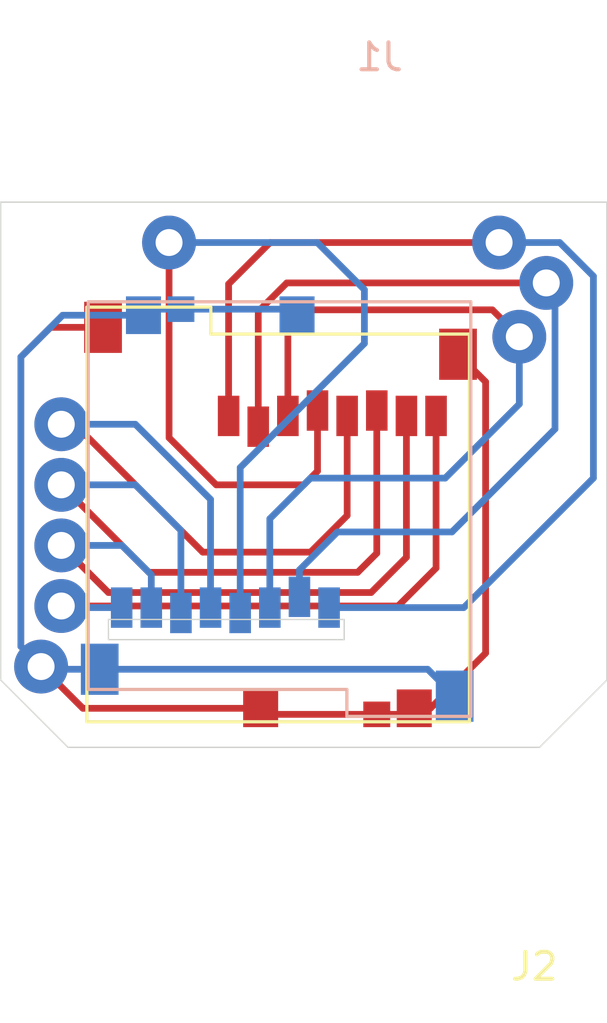
<source format=kicad_pcb>
(kicad_pcb (version 20171130) (host pcbnew "(5.1.6)-1")

  (general
    (thickness 1.6)
    (drawings 12)
    (tracks 99)
    (zones 0)
    (modules 2)
    (nets 10)
  )

  (page A4)
  (layers
    (0 F.Cu signal)
    (31 B.Cu signal)
    (32 B.Adhes user)
    (33 F.Adhes user)
    (34 B.Paste user)
    (35 F.Paste user)
    (36 B.SilkS user)
    (37 F.SilkS user)
    (38 B.Mask user)
    (39 F.Mask user)
    (40 Dwgs.User user)
    (41 Cmts.User user)
    (42 Eco1.User user)
    (43 Eco2.User user)
    (44 Edge.Cuts user)
    (45 Margin user)
    (46 B.CrtYd user)
    (47 F.CrtYd user)
    (48 B.Fab user)
    (49 F.Fab user)
  )

  (setup
    (last_trace_width 0.25)
    (trace_clearance 0.2)
    (zone_clearance 0.508)
    (zone_45_only no)
    (trace_min 0.2)
    (via_size 0.8)
    (via_drill 0.4)
    (via_min_size 0.4)
    (via_min_drill 0.3)
    (user_via 2 1)
    (uvia_size 0.3)
    (uvia_drill 0.1)
    (uvias_allowed no)
    (uvia_min_size 0.2)
    (uvia_min_drill 0.1)
    (edge_width 0.05)
    (segment_width 0.2)
    (pcb_text_width 0.3)
    (pcb_text_size 1.5 1.5)
    (mod_edge_width 0.12)
    (mod_text_size 1 1)
    (mod_text_width 0.15)
    (pad_size 1.524 1.524)
    (pad_drill 0.762)
    (pad_to_mask_clearance 0.05)
    (aux_axis_origin 0 0)
    (visible_elements 7FFFFFFF)
    (pcbplotparams
      (layerselection 0x01000_ffffffff)
      (usegerberextensions false)
      (usegerberattributes true)
      (usegerberadvancedattributes true)
      (creategerberjobfile true)
      (excludeedgelayer true)
      (linewidth 0.100000)
      (plotframeref false)
      (viasonmask false)
      (mode 1)
      (useauxorigin false)
      (hpglpennumber 1)
      (hpglpenspeed 20)
      (hpglpendiameter 15.000000)
      (psnegative false)
      (psa4output false)
      (plotreference true)
      (plotvalue true)
      (plotinvisibletext false)
      (padsonsilk false)
      (subtractmaskfromsilk false)
      (outputformat 1)
      (mirror false)
      (drillshape 0)
      (scaleselection 1)
      (outputdirectory "SD_Gerber/"))
  )

  (net 0 "")
  (net 1 "Net-(J1-Pad1)")
  (net 2 "Net-(J1-Pad2)")
  (net 3 "Net-(J1-Pad3)")
  (net 4 "Net-(J1-Pad4)")
  (net 5 "Net-(J1-Pad6)")
  (net 6 "Net-(J1-Pad5)")
  (net 7 "Net-(J1-Pad7)")
  (net 8 "Net-(J1-Pad9)")
  (net 9 "Net-(J1-Pad8)")

  (net_class Default "This is the default net class."
    (clearance 0.2)
    (trace_width 0.25)
    (via_dia 0.8)
    (via_drill 0.4)
    (uvia_dia 0.3)
    (uvia_drill 0.1)
    (add_net "Net-(J1-Pad1)")
    (add_net "Net-(J1-Pad2)")
    (add_net "Net-(J1-Pad3)")
    (add_net "Net-(J1-Pad4)")
    (add_net "Net-(J1-Pad5)")
    (add_net "Net-(J1-Pad6)")
    (add_net "Net-(J1-Pad7)")
    (add_net "Net-(J1-Pad8)")
    (add_net "Net-(J1-Pad9)")
  )

  (module SD_kort:mem2051 (layer B.Cu) (tedit 5F98238F) (tstamp 5F989DBB)
    (at 127.75 42.25 180)
    (path /5F8ECF76)
    (fp_text reference J1 (at -3.81 8.89) (layer B.SilkS)
      (effects (font (size 1 1) (thickness 0.15)) (justify mirror))
    )
    (fp_text value Micro_SD_Card (at 3.81 10.16) (layer B.Fab)
      (effects (font (size 1 1) (thickness 0.15)) (justify mirror))
    )
    (fp_line (start 7 -0.2) (end 7 -0.4) (layer B.SilkS) (width 0.12))
    (fp_line (start 7 -0.4) (end 7 -14.6) (layer B.SilkS) (width 0.12))
    (fp_line (start 7 -14.6) (end -2.6 -14.6) (layer B.SilkS) (width 0.12))
    (fp_line (start -2.6 -14.6) (end -2.6 -15.4) (layer B.SilkS) (width 0.12))
    (fp_line (start -2.6 -15.4) (end -2.6 -15.6) (layer B.SilkS) (width 0.12))
    (fp_line (start -2.6 -15.6) (end -7.2 -15.6) (layer B.SilkS) (width 0.12))
    (fp_line (start -7.2 -15.6) (end -7.2 -13) (layer B.SilkS) (width 0.12))
    (fp_line (start -7.2 -13) (end -7.2 -0.4) (layer B.SilkS) (width 0.12))
    (fp_line (start -7.2 -0.4) (end -7.2 -0.2) (layer B.SilkS) (width 0.12))
    (fp_line (start -7.2 -0.2) (end 7 -0.2) (layer B.SilkS) (width 0.12))
    (pad 1 smd rect (at -1.94 -11.56 180) (size 0.8 1.5) (layers B.Cu B.Paste B.Mask)
      (net 1 "Net-(J1-Pad1)"))
    (pad 2 smd rect (at -0.84 -11.16 180) (size 0.8 1.5) (layers B.Cu B.Paste B.Mask)
      (net 2 "Net-(J1-Pad2)"))
    (pad 3 smd rect (at 0.26 -11.56 180) (size 0.8 1.5) (layers B.Cu B.Paste B.Mask)
      (net 3 "Net-(J1-Pad3)"))
    (pad 4 smd rect (at 1.36 -11.76 180) (size 0.8 1.5) (layers B.Cu B.Paste B.Mask)
      (net 4 "Net-(J1-Pad4)"))
    (pad 6 smd rect (at 3.56 -11.76 180) (size 0.8 1.5) (layers B.Cu B.Paste B.Mask)
      (net 5 "Net-(J1-Pad6)"))
    (pad 5 smd rect (at 2.46 -11.56 180) (size 0.8 1.5) (layers B.Cu B.Paste B.Mask)
      (net 6 "Net-(J1-Pad5)"))
    (pad 7 smd rect (at 4.66 -11.56 180) (size 0.8 1.5) (layers B.Cu B.Paste B.Mask)
      (net 7 "Net-(J1-Pad7)"))
    (pad 9 smd rect (at 6.575 -13.85 180) (size 1.4 1.9) (layers B.Cu B.Paste B.Mask)
      (net 8 "Net-(J1-Pad9)"))
    (pad 9 smd rect (at 4.95 -0.7 180) (size 1.3 1.4) (layers B.Cu B.Paste B.Mask)
      (net 8 "Net-(J1-Pad9)"))
    (pad 9 smd rect (at -0.75 -0.7 180) (size 1.3 1.4) (layers B.Cu B.Paste B.Mask)
      (net 8 "Net-(J1-Pad9)"))
    (pad 9 smd rect (at 3.56 -0.475 180) (size 1 0.95) (layers B.Cu B.Paste B.Mask)
      (net 8 "Net-(J1-Pad9)"))
    (pad 9 smd rect (at -6.6 -14.85 180) (size 1.4 1.9) (layers B.Cu B.Paste B.Mask)
      (net 8 "Net-(J1-Pad9)"))
    (pad 8 smd rect (at 5.76 -11.56 180) (size 0.8 1.5) (layers B.Cu B.Paste B.Mask)
      (net 9 "Net-(J1-Pad8)"))
  )

  (module SD_kort:mem2051 (layer F.Cu) (tedit 5F724798) (tstamp 5F989DD6)
    (at 133.5 58.25 180)
    (path /5F8EC45D)
    (fp_text reference J2 (at -3.81 -8.89) (layer F.SilkS)
      (effects (font (size 1 1) (thickness 0.15)))
    )
    (fp_text value Micro_SD_Card (at 3.81 -10.16) (layer F.Fab)
      (effects (font (size 1 1) (thickness 0.15)))
    )
    (fp_line (start -1.4 0.2) (end -1.4 0.4) (layer F.SilkS) (width 0.12))
    (fp_line (start -1.4 0.4) (end -1.4 14.6) (layer F.SilkS) (width 0.12))
    (fp_line (start -1.4 14.6) (end 8.2 14.6) (layer F.SilkS) (width 0.12))
    (fp_line (start 8.2 14.6) (end 8.2 15.4) (layer F.SilkS) (width 0.12))
    (fp_line (start 8.2 15.4) (end 8.2 15.6) (layer F.SilkS) (width 0.12))
    (fp_line (start 8.2 15.6) (end 12.8 15.6) (layer F.SilkS) (width 0.12))
    (fp_line (start 12.8 15.6) (end 12.8 13) (layer F.SilkS) (width 0.12))
    (fp_line (start 12.8 13) (end 12.8 0.4) (layer F.SilkS) (width 0.12))
    (fp_line (start 12.8 0.4) (end 12.8 0.2) (layer F.SilkS) (width 0.12))
    (fp_line (start 12.8 0.2) (end -1.4 0.2) (layer F.SilkS) (width 0.12))
    (pad 1 smd rect (at 7.54 11.56 180) (size 0.8 1.5) (layers F.Cu F.Paste F.Mask)
      (net 1 "Net-(J1-Pad1)"))
    (pad 2 smd rect (at 6.44 11.16 180) (size 0.8 1.5) (layers F.Cu F.Paste F.Mask)
      (net 2 "Net-(J1-Pad2)"))
    (pad 3 smd rect (at 5.34 11.56 180) (size 0.8 1.5) (layers F.Cu F.Paste F.Mask)
      (net 3 "Net-(J1-Pad3)"))
    (pad 4 smd rect (at 4.24 11.76 180) (size 0.8 1.5) (layers F.Cu F.Paste F.Mask)
      (net 4 "Net-(J1-Pad4)"))
    (pad 6 smd rect (at 2.04 11.76 180) (size 0.8 1.5) (layers F.Cu F.Paste F.Mask)
      (net 5 "Net-(J1-Pad6)"))
    (pad 5 smd rect (at 3.14 11.56 180) (size 0.8 1.5) (layers F.Cu F.Paste F.Mask)
      (net 6 "Net-(J1-Pad5)"))
    (pad 7 smd rect (at 0.94 11.56 180) (size 0.8 1.5) (layers F.Cu F.Paste F.Mask)
      (net 7 "Net-(J1-Pad7)"))
    (pad 9 smd rect (at -0.975 13.85 180) (size 1.4 1.9) (layers F.Cu F.Paste F.Mask)
      (net 8 "Net-(J1-Pad9)"))
    (pad 9 smd rect (at 0.65 0.7 180) (size 1.3 1.4) (layers F.Cu F.Paste F.Mask)
      (net 8 "Net-(J1-Pad9)"))
    (pad 9 smd rect (at 6.35 0.7 180) (size 1.3 1.4) (layers F.Cu F.Paste F.Mask)
      (net 8 "Net-(J1-Pad9)"))
    (pad 9 smd rect (at 2.04 0.475 180) (size 1 0.95) (layers F.Cu F.Paste F.Mask)
      (net 8 "Net-(J1-Pad9)"))
    (pad 9 smd rect (at 12.2 14.85 180) (size 1.4 1.9) (layers F.Cu F.Paste F.Mask)
      (net 8 "Net-(J1-Pad9)"))
    (pad 8 smd rect (at -0.16 11.56 180) (size 0.8 1.5) (layers F.Cu F.Paste F.Mask)
      (net 9 "Net-(J1-Pad8)"))
  )

  (gr_line (start 130.25 55) (end 130.25 54.25) (layer Edge.Cuts) (width 0.05) (tstamp 5FA1169E))
  (gr_line (start 130 55) (end 130.25 55) (layer Edge.Cuts) (width 0.05))
  (gr_line (start 121.5 55) (end 130 55) (layer Edge.Cuts) (width 0.05))
  (gr_line (start 121.5 54.25) (end 121.5 55) (layer Edge.Cuts) (width 0.05))
  (gr_line (start 130.25 54.25) (end 121.5 54.25) (layer Edge.Cuts) (width 0.05))
  (gr_line (start 137.5 59) (end 140 56.5) (layer Edge.Cuts) (width 0.05))
  (gr_line (start 117.5 56.5) (end 120 59) (layer Edge.Cuts) (width 0.05))
  (gr_line (start 117.5 38.75) (end 117.5 39.75) (layer Edge.Cuts) (width 0.05) (tstamp 5F98A725))
  (gr_line (start 140 38.75) (end 117.5 38.75) (layer Edge.Cuts) (width 0.05))
  (gr_line (start 140 56.5) (end 140 38.75) (layer Edge.Cuts) (width 0.05))
  (gr_line (start 120 59) (end 137.5 59) (layer Edge.Cuts) (width 0.05))
  (gr_line (start 117.5 39.75) (end 117.5 56.5) (layer Edge.Cuts) (width 0.05))

  (segment (start 125.96 46.69) (end 125.96 41.79) (width 0.25) (layer F.Cu) (net 1))
  (via (at 136 40.25) (size 2) (drill 1) (layers F.Cu B.Cu) (net 1))
  (segment (start 125.96 41.79) (end 127.5 40.25) (width 0.25) (layer F.Cu) (net 1))
  (segment (start 127.5 40.25) (end 136 40.25) (width 0.25) (layer F.Cu) (net 1))
  (segment (start 139.5 49) (end 134.69 53.81) (width 0.25) (layer B.Cu) (net 1))
  (segment (start 139.5 41.5) (end 139.5 49) (width 0.25) (layer B.Cu) (net 1))
  (segment (start 136 40.25) (end 138.25 40.25) (width 0.25) (layer B.Cu) (net 1))
  (segment (start 134.69 53.81) (end 129.69 53.81) (width 0.25) (layer B.Cu) (net 1))
  (segment (start 138.25 40.25) (end 139.5 41.5) (width 0.25) (layer B.Cu) (net 1))
  (via (at 137.75 41.75) (size 2) (drill 1) (layers F.Cu B.Cu) (net 2))
  (segment (start 128.12 41.75) (end 127.06 42.81) (width 0.25) (layer F.Cu) (net 2))
  (segment (start 137.75 41.75) (end 128.12 41.75) (width 0.25) (layer F.Cu) (net 2))
  (segment (start 127.06 42.81) (end 127.06 47.09) (width 0.25) (layer F.Cu) (net 2))
  (segment (start 138.075001 42.075001) (end 137.75 41.75) (width 0.25) (layer B.Cu) (net 2))
  (segment (start 130 51) (end 134.25 51) (width 0.25) (layer B.Cu) (net 2))
  (segment (start 128.59 53.41) (end 128.59 52.41) (width 0.25) (layer B.Cu) (net 2))
  (segment (start 128.59 52.41) (end 130 51) (width 0.25) (layer B.Cu) (net 2))
  (segment (start 134.25 51) (end 138.075001 47.174999) (width 0.25) (layer B.Cu) (net 2))
  (segment (start 138.075001 47.174999) (end 138.075001 42.075001) (width 0.25) (layer B.Cu) (net 2))
  (segment (start 128.16 46.69) (end 128.16 43.34) (width 0.25) (layer F.Cu) (net 3))
  (segment (start 128.16 43.34) (end 128.75 42.75) (width 0.25) (layer F.Cu) (net 3))
  (via (at 136.75 43.75) (size 2) (drill 1) (layers F.Cu B.Cu) (net 3))
  (segment (start 128.75 42.75) (end 135.75 42.75) (width 0.25) (layer F.Cu) (net 3))
  (segment (start 135.75 42.75) (end 136.75 43.75) (width 0.25) (layer F.Cu) (net 3))
  (segment (start 136.75 43.75) (end 136.75 46.25) (width 0.25) (layer B.Cu) (net 3))
  (segment (start 136.75 46.25) (end 134 49) (width 0.25) (layer B.Cu) (net 3))
  (segment (start 134 49) (end 129 49) (width 0.25) (layer B.Cu) (net 3))
  (segment (start 127.49 50.51) (end 127.49 53.81) (width 0.25) (layer B.Cu) (net 3))
  (segment (start 129 49) (end 127.49 50.51) (width 0.25) (layer B.Cu) (net 3))
  (segment (start 129.26 46.49) (end 129.26 48.74) (width 0.25) (layer F.Cu) (net 4))
  (segment (start 129.26 48.74) (end 128.75 49.25) (width 0.25) (layer F.Cu) (net 4))
  (segment (start 128.75 49.25) (end 125.5 49.25) (width 0.25) (layer F.Cu) (net 4))
  (via (at 123.75 40.25) (size 2) (drill 1) (layers F.Cu B.Cu) (net 4))
  (segment (start 125.5 49.25) (end 123.75 47.5) (width 0.25) (layer F.Cu) (net 4))
  (segment (start 123.75 47.5) (end 123.75 40.25) (width 0.25) (layer F.Cu) (net 4))
  (segment (start 123.75 40.25) (end 129.25 40.25) (width 0.25) (layer B.Cu) (net 4))
  (segment (start 129.25 40.25) (end 131 42) (width 0.25) (layer B.Cu) (net 4))
  (segment (start 131 42) (end 131 44) (width 0.25) (layer B.Cu) (net 4))
  (segment (start 126.39 48.61) (end 126.39 54.01) (width 0.25) (layer B.Cu) (net 4))
  (segment (start 131 44) (end 126.39 48.61) (width 0.25) (layer B.Cu) (net 4))
  (segment (start 131.46 46.49) (end 131.46 51.79) (width 0.25) (layer F.Cu) (net 5))
  (segment (start 131.46 51.79) (end 130.75 52.5) (width 0.25) (layer F.Cu) (net 5))
  (via (at 119.75 49.25) (size 2) (drill 1) (layers F.Cu B.Cu) (net 5))
  (segment (start 130.75 52.5) (end 123 52.5) (width 0.25) (layer F.Cu) (net 5))
  (segment (start 123 52.5) (end 119.75 49.25) (width 0.25) (layer F.Cu) (net 5))
  (segment (start 122.5 49.25) (end 119.75 49.25) (width 0.25) (layer B.Cu) (net 5))
  (segment (start 124.19 54.01) (end 124.19 50.94) (width 0.25) (layer B.Cu) (net 5))
  (segment (start 124.19 50.94) (end 122.5 49.25) (width 0.25) (layer B.Cu) (net 5))
  (segment (start 130.36 46.69) (end 130.36 50.39) (width 0.25) (layer F.Cu) (net 6))
  (segment (start 130.36 50.39) (end 129 51.75) (width 0.25) (layer F.Cu) (net 6))
  (segment (start 129 51.75) (end 125 51.75) (width 0.25) (layer F.Cu) (net 6))
  (segment (start 125 51.75) (end 120.25 47) (width 0.25) (layer F.Cu) (net 6))
  (via (at 119.75 47) (size 2) (drill 1) (layers F.Cu B.Cu) (net 6))
  (segment (start 120.25 47) (end 119.75 47) (width 0.25) (layer F.Cu) (net 6))
  (segment (start 125.29 49.79) (end 125.29 53.81) (width 0.25) (layer B.Cu) (net 6))
  (segment (start 119.75 47) (end 122.5 47) (width 0.25) (layer B.Cu) (net 6))
  (segment (start 122.5 47) (end 125.29 49.79) (width 0.25) (layer B.Cu) (net 6))
  (segment (start 132.56 46.69) (end 132.56 51.94) (width 0.25) (layer F.Cu) (net 7))
  (segment (start 132.56 51.94) (end 131.25 53.25) (width 0.25) (layer F.Cu) (net 7))
  (via (at 119.75 51.5) (size 2) (drill 1) (layers F.Cu B.Cu) (net 7))
  (segment (start 131.25 53.25) (end 121.5 53.25) (width 0.25) (layer F.Cu) (net 7))
  (segment (start 121.5 53.25) (end 119.75 51.5) (width 0.25) (layer F.Cu) (net 7))
  (segment (start 119.75 51.5) (end 122 51.5) (width 0.25) (layer B.Cu) (net 7))
  (segment (start 123.09 52.59) (end 123.09 53.81) (width 0.25) (layer B.Cu) (net 7))
  (segment (start 122 51.5) (end 123.09 52.59) (width 0.25) (layer B.Cu) (net 7))
  (segment (start 121.3 43.4) (end 119.35 43.4) (width 0.25) (layer F.Cu) (net 8))
  (segment (start 119.35 43.4) (end 118.25 44.5) (width 0.25) (layer F.Cu) (net 8))
  (segment (start 118.25 44.5) (end 118.25 55.25) (width 0.25) (layer F.Cu) (net 8))
  (via (at 119 56) (size 2) (drill 1) (layers F.Cu B.Cu) (net 8))
  (segment (start 118.25 55.25) (end 119 56) (width 0.25) (layer F.Cu) (net 8))
  (segment (start 119.1 56.1) (end 119 56) (width 0.25) (layer B.Cu) (net 8))
  (segment (start 121.175 56.1) (end 119.1 56.1) (width 0.25) (layer B.Cu) (net 8))
  (segment (start 133.35 56.1) (end 134.35 57.1) (width 0.25) (layer B.Cu) (net 8))
  (segment (start 121.175 56.1) (end 133.35 56.1) (width 0.25) (layer B.Cu) (net 8))
  (segment (start 132.625 57.775) (end 132.85 57.55) (width 0.25) (layer F.Cu) (net 8))
  (segment (start 131.46 57.775) (end 132.625 57.775) (width 0.25) (layer F.Cu) (net 8))
  (segment (start 127.375 57.775) (end 127.15 57.55) (width 0.25) (layer F.Cu) (net 8))
  (segment (start 131.46 57.775) (end 127.375 57.775) (width 0.25) (layer F.Cu) (net 8))
  (segment (start 120.55 57.55) (end 119 56) (width 0.25) (layer F.Cu) (net 8))
  (segment (start 127.15 57.55) (end 120.55 57.55) (width 0.25) (layer F.Cu) (net 8))
  (segment (start 132.85 57.55) (end 133.45 57.55) (width 0.25) (layer F.Cu) (net 8))
  (segment (start 133.45 57.55) (end 135.5 55.5) (width 0.25) (layer F.Cu) (net 8))
  (segment (start 135.5 45.425) (end 134.475 44.4) (width 0.25) (layer F.Cu) (net 8))
  (segment (start 135.5 55.5) (end 135.5 45.425) (width 0.25) (layer F.Cu) (net 8))
  (segment (start 128.275 42.725) (end 128.5 42.95) (width 0.25) (layer B.Cu) (net 8))
  (segment (start 124.19 42.725) (end 128.275 42.725) (width 0.25) (layer B.Cu) (net 8))
  (segment (start 123.025 42.725) (end 122.8 42.95) (width 0.25) (layer B.Cu) (net 8))
  (segment (start 124.19 42.725) (end 123.025 42.725) (width 0.25) (layer B.Cu) (net 8))
  (segment (start 122.8 42.95) (end 119.8 42.95) (width 0.25) (layer B.Cu) (net 8))
  (segment (start 119.8 42.95) (end 118.25 44.5) (width 0.25) (layer B.Cu) (net 8))
  (segment (start 118.25 55.25) (end 119 56) (width 0.25) (layer B.Cu) (net 8))
  (segment (start 118.25 44.5) (end 118.25 55.25) (width 0.25) (layer B.Cu) (net 8))
  (segment (start 133.66 46.69) (end 133.66 52.34) (width 0.25) (layer F.Cu) (net 9))
  (segment (start 133.66 52.34) (end 132.25 53.75) (width 0.25) (layer F.Cu) (net 9))
  (segment (start 121.93 53.75) (end 121.99 53.81) (width 0.25) (layer B.Cu) (net 9))
  (via (at 119.75 53.75) (size 2) (drill 1) (layers F.Cu B.Cu) (net 9))
  (segment (start 121.99 53.81) (end 119.81 53.81) (width 0.25) (layer B.Cu) (net 9))
  (segment (start 119.81 53.81) (end 119.75 53.75) (width 0.25) (layer B.Cu) (net 9))
  (segment (start 132.25 53.75) (end 119.75 53.75) (width 0.25) (layer F.Cu) (net 9))

)

</source>
